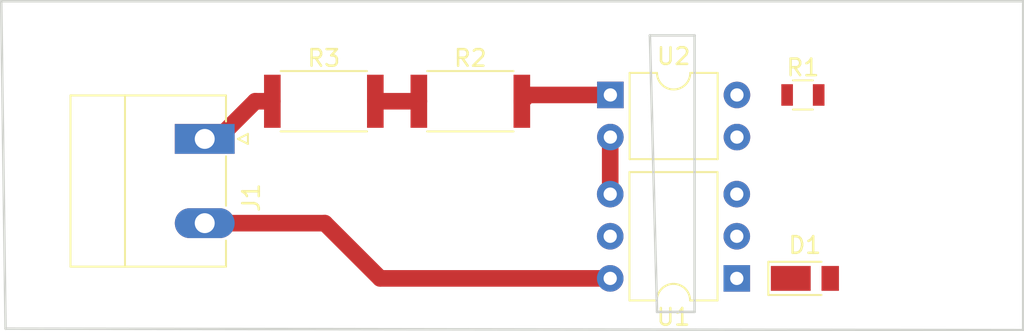
<source format=kicad_pcb>
(kicad_pcb (version 20171130) (host pcbnew 5.0.0)

  (general
    (thickness 1.6)
    (drawings 9)
    (tracks 11)
    (zones 0)
    (modules 7)
    (nets 13)
  )

  (page A4)
  (layers
    (0 F.Cu signal)
    (31 B.Cu signal)
    (32 B.Adhes user)
    (33 F.Adhes user)
    (34 B.Paste user)
    (35 F.Paste user)
    (36 B.SilkS user)
    (37 F.SilkS user)
    (38 B.Mask user)
    (39 F.Mask user)
    (40 Dwgs.User user)
    (41 Cmts.User user)
    (42 Eco1.User user)
    (43 Eco2.User user)
    (44 Edge.Cuts user)
    (45 Margin user)
    (46 B.CrtYd user)
    (47 F.CrtYd user)
    (48 B.Fab user)
    (49 F.Fab user hide)
  )

  (setup
    (last_trace_width 1)
    (user_trace_width 0.2)
    (user_trace_width 0.25)
    (user_trace_width 0.3)
    (user_trace_width 0.5)
    (user_trace_width 0.8)
    (user_trace_width 1)
    (user_trace_width 2)
    (user_trace_width 3)
    (trace_clearance 0.2)
    (zone_clearance 0.508)
    (zone_45_only no)
    (trace_min 0.2)
    (segment_width 0.2)
    (edge_width 0.15)
    (via_size 0.8)
    (via_drill 0.4)
    (via_min_size 0.4)
    (via_min_drill 0.3)
    (user_via 0.6 0.4)
    (uvia_size 0.3)
    (uvia_drill 0.1)
    (uvias_allowed no)
    (uvia_min_size 0.2)
    (uvia_min_drill 0.1)
    (pcb_text_width 0.3)
    (pcb_text_size 1.5 1.5)
    (mod_edge_width 0.15)
    (mod_text_size 1 1)
    (mod_text_width 0.15)
    (pad_size 1.524 1.524)
    (pad_drill 0.762)
    (pad_to_mask_clearance 0.2)
    (aux_axis_origin 0 0)
    (visible_elements FFFFFF7F)
    (pcbplotparams
      (layerselection 0x010fc_ffffffff)
      (usegerberextensions false)
      (usegerberattributes false)
      (usegerberadvancedattributes false)
      (creategerberjobfile false)
      (excludeedgelayer true)
      (linewidth 0.100000)
      (plotframeref false)
      (viasonmask false)
      (mode 1)
      (useauxorigin false)
      (hpglpennumber 1)
      (hpglpenspeed 20)
      (hpglpendiameter 15.000000)
      (psnegative false)
      (psa4output false)
      (plotreference true)
      (plotvalue true)
      (plotinvisibletext false)
      (padsonsilk false)
      (subtractmaskfromsilk false)
      (outputformat 1)
      (mirror false)
      (drillshape 1)
      (scaleselection 1)
      (outputdirectory ""))
  )

  (net 0 "")
  (net 1 /DETECT_TRIG)
  (net 2 "Net-(D1-Pad1)")
  (net 3 "Net-(J1-Pad2)")
  (net 4 "Net-(J1-Pad1)")
  (net 5 +5V)
  (net 6 /PWR_DETECT)
  (net 7 "Net-(R2-Pad2)")
  (net 8 "Net-(R2-Pad1)")
  (net 9 "Net-(U1-Pad3)")
  (net 10 "Net-(U1-Pad5)")
  (net 11 GND)
  (net 12 "Net-(U1-Pad4)")

  (net_class Default "This is the default net class."
    (clearance 0.2)
    (trace_width 0.25)
    (via_dia 0.8)
    (via_drill 0.4)
    (uvia_dia 0.3)
    (uvia_drill 0.1)
    (add_net +5V)
    (add_net /DETECT_TRIG)
    (add_net /PWR_DETECT)
    (add_net GND)
    (add_net "Net-(D1-Pad1)")
    (add_net "Net-(J1-Pad1)")
    (add_net "Net-(J1-Pad2)")
    (add_net "Net-(R2-Pad1)")
    (add_net "Net-(R2-Pad2)")
    (add_net "Net-(U1-Pad3)")
    (add_net "Net-(U1-Pad4)")
    (add_net "Net-(U1-Pad5)")
  )

  (module Diodes_SMD:D_PowerDI-123 (layer F.Cu) (tedit 588FC24C) (tstamp 5B86A0BF)
    (at 83.41 74.05)
    (descr http://www.diodes.com/_files/datasheets/ds30497.pdf)
    (tags "PowerDI diode vishay")
    (path /5B869B95)
    (attr smd)
    (fp_text reference D1 (at 0 -2) (layer F.SilkS)
      (effects (font (size 1 1) (thickness 0.15)))
    )
    (fp_text value AL5809-15 (at 0 2.5) (layer F.Fab)
      (effects (font (size 1 1) (thickness 0.15)))
    )
    (fp_line (start -2.2 1) (end -2.2 -1) (layer F.SilkS) (width 0.12))
    (fp_line (start -2.2 1) (end 1 1) (layer F.SilkS) (width 0.12))
    (fp_line (start 1 -1) (end -2.2 -1) (layer F.SilkS) (width 0.12))
    (fp_line (start -2.5 1.3) (end -2.5 -1.3) (layer F.CrtYd) (width 0.05))
    (fp_line (start -2.5 -1.3) (end 2.5 -1.3) (layer F.CrtYd) (width 0.05))
    (fp_line (start 2.5 -1.3) (end 2.5 1.3) (layer F.CrtYd) (width 0.05))
    (fp_line (start 2.5 1.3) (end -2.5 1.3) (layer F.CrtYd) (width 0.05))
    (fp_line (start -1.4 -0.9) (end 1.4 -0.9) (layer F.Fab) (width 0.1))
    (fp_line (start 1.4 -0.9) (end 1.4 0.9) (layer F.Fab) (width 0.1))
    (fp_line (start 1.4 0.9) (end -1.4 0.9) (layer F.Fab) (width 0.1))
    (fp_line (start -1.4 0.9) (end -1.4 -0.9) (layer F.Fab) (width 0.1))
    (fp_line (start -0.8 0) (end -0.5 0) (layer F.Fab) (width 0.1))
    (fp_line (start -0.5 0) (end -0.5 -0.5) (layer F.Fab) (width 0.1))
    (fp_line (start -0.5 0) (end -0.5 0.5) (layer F.Fab) (width 0.1))
    (fp_line (start -0.5 0) (end 0.3 0.5) (layer F.Fab) (width 0.1))
    (fp_line (start 0.3 0.5) (end 0.3 -0.5) (layer F.Fab) (width 0.1))
    (fp_line (start 0.3 -0.5) (end -0.5 0) (layer F.Fab) (width 0.1))
    (fp_line (start 0.3 0) (end 0.7 0) (layer F.Fab) (width 0.1))
    (fp_text user %R (at 0 -2) (layer F.Fab)
      (effects (font (size 1 1) (thickness 0.15)))
    )
    (pad 2 smd rect (at 1.525 0 180) (size 1.05 1.5) (layers F.Cu F.Paste F.Mask)
      (net 1 /DETECT_TRIG))
    (pad 1 smd rect (at -0.85 0 180) (size 2.4 1.5) (layers F.Cu F.Paste F.Mask)
      (net 2 "Net-(D1-Pad1)"))
    (model ${KISYS3DMOD}/Diodes_SMD.3dshapes/D_PowerDI-123.wrl
      (at (xyz 0 0 0))
      (scale (xyz 1 1 1))
      (rotate (xyz 0 0 0))
    )
  )

  (module Connectors_Phoenix:PhoenixContact_MC-G_02x5.08mm_Angled (layer F.Cu) (tedit 59566E61) (tstamp 5B86A0DA)
    (at 47.28 65.64 270)
    (descr "Generic Phoenix Contact connector footprint for series: MC-G; number of pins: 02; pin pitch: 5.08mm; Angled || order number: 1836189 8A 320V")
    (tags "phoenix_contact connector MC_01x02_G_5.08mm")
    (path /5B869FD7)
    (fp_text reference J1 (at 3.54 -2.8 270) (layer F.SilkS)
      (effects (font (size 1 1) (thickness 0.15)))
    )
    (fp_text value PWR_IN (at 2.54 9 270) (layer F.Fab)
      (effects (font (size 1 1) (thickness 0.15)))
    )
    (fp_text user %R (at 2.54 3 270) (layer F.Fab)
      (effects (font (size 1 1) (thickness 0.15)))
    )
    (fp_line (start 0 0) (end -0.8 -1.2) (layer F.Fab) (width 0.1))
    (fp_line (start 0.8 -1.2) (end 0 0) (layer F.Fab) (width 0.1))
    (fp_line (start -0.3 -2.6) (end 0.3 -2.6) (layer F.SilkS) (width 0.12))
    (fp_line (start 0 -2) (end -0.3 -2.6) (layer F.SilkS) (width 0.12))
    (fp_line (start 0.3 -2.6) (end 0 -2) (layer F.SilkS) (width 0.12))
    (fp_line (start 8.12 -2.3) (end -3.12 -2.3) (layer F.CrtYd) (width 0.05))
    (fp_line (start 8.12 8.5) (end 8.12 -2.3) (layer F.CrtYd) (width 0.05))
    (fp_line (start -3.12 8.5) (end 8.12 8.5) (layer F.CrtYd) (width 0.05))
    (fp_line (start -3.12 -2.3) (end -3.12 8.5) (layer F.CrtYd) (width 0.05))
    (fp_line (start -2.62 4.8) (end 7.7 4.8) (layer F.SilkS) (width 0.12))
    (fp_line (start 7.62 -1.2) (end -2.54 -1.2) (layer F.Fab) (width 0.1))
    (fp_line (start 7.62 8) (end 7.62 -1.2) (layer F.Fab) (width 0.1))
    (fp_line (start -2.54 8) (end 7.62 8) (layer F.Fab) (width 0.1))
    (fp_line (start -2.54 -1.2) (end -2.54 8) (layer F.Fab) (width 0.1))
    (fp_line (start 1.05 -1.28) (end 4.03 -1.28) (layer F.SilkS) (width 0.12))
    (fp_line (start 7.7 -1.28) (end 6.13 -1.28) (layer F.SilkS) (width 0.12))
    (fp_line (start -2.62 -1.28) (end -1.05 -1.28) (layer F.SilkS) (width 0.12))
    (fp_line (start 7.7 8.08) (end 7.7 -1.28) (layer F.SilkS) (width 0.12))
    (fp_line (start -2.62 8.08) (end 7.7 8.08) (layer F.SilkS) (width 0.12))
    (fp_line (start -2.62 -1.28) (end -2.62 8.08) (layer F.SilkS) (width 0.12))
    (pad 2 thru_hole oval (at 5.08 0 270) (size 1.8 3.6) (drill 1.2) (layers *.Cu *.Mask)
      (net 3 "Net-(J1-Pad2)"))
    (pad 1 thru_hole rect (at 0 0 270) (size 1.8 3.6) (drill 1.2) (layers *.Cu *.Mask)
      (net 4 "Net-(J1-Pad1)"))
    (model ${KISYS3DMOD}/Connectors_Phoenix.3dshapes/PhoenixContact_MC-G_02x5.08mm_Angled.wrl
      (at (xyz 0 0 0))
      (scale (xyz 1 1 1))
      (rotate (xyz 0 0 0))
    )
  )

  (module Resistors_SMD:R_0805 (layer F.Cu) (tedit 58E0A804) (tstamp 5B86A0EB)
    (at 83.29 62.99)
    (descr "Resistor SMD 0805, reflow soldering, Vishay (see dcrcw.pdf)")
    (tags "resistor 0805")
    (path /5B86B8D8)
    (attr smd)
    (fp_text reference R1 (at 0 -1.65) (layer F.SilkS)
      (effects (font (size 1 1) (thickness 0.15)))
    )
    (fp_text value 4k7 (at 0 1.75) (layer F.Fab)
      (effects (font (size 1 1) (thickness 0.15)))
    )
    (fp_line (start 1.55 0.9) (end -1.55 0.9) (layer F.CrtYd) (width 0.05))
    (fp_line (start 1.55 0.9) (end 1.55 -0.9) (layer F.CrtYd) (width 0.05))
    (fp_line (start -1.55 -0.9) (end -1.55 0.9) (layer F.CrtYd) (width 0.05))
    (fp_line (start -1.55 -0.9) (end 1.55 -0.9) (layer F.CrtYd) (width 0.05))
    (fp_line (start -0.6 -0.88) (end 0.6 -0.88) (layer F.SilkS) (width 0.12))
    (fp_line (start 0.6 0.88) (end -0.6 0.88) (layer F.SilkS) (width 0.12))
    (fp_line (start -1 -0.62) (end 1 -0.62) (layer F.Fab) (width 0.1))
    (fp_line (start 1 -0.62) (end 1 0.62) (layer F.Fab) (width 0.1))
    (fp_line (start 1 0.62) (end -1 0.62) (layer F.Fab) (width 0.1))
    (fp_line (start -1 0.62) (end -1 -0.62) (layer F.Fab) (width 0.1))
    (fp_text user %R (at 0 0) (layer F.Fab)
      (effects (font (size 0.5 0.5) (thickness 0.075)))
    )
    (pad 2 smd rect (at 0.95 0) (size 0.7 1.3) (layers F.Cu F.Paste F.Mask)
      (net 5 +5V))
    (pad 1 smd rect (at -0.95 0) (size 0.7 1.3) (layers F.Cu F.Paste F.Mask)
      (net 6 /PWR_DETECT))
    (model ${KISYS3DMOD}/Resistors_SMD.3dshapes/R_0805.wrl
      (at (xyz 0 0 0))
      (scale (xyz 1 1 1))
      (rotate (xyz 0 0 0))
    )
  )

  (module Resistors_SMD:R_2512 (layer F.Cu) (tedit 58E0A804) (tstamp 5B86A0FC)
    (at 63.27 63.37)
    (descr "Resistor SMD 2512, reflow soldering, Vishay (see dcrcw.pdf)")
    (tags "resistor 2512")
    (path /5B86AA7F)
    (attr smd)
    (fp_text reference R2 (at 0 -2.6) (layer F.SilkS)
      (effects (font (size 1 1) (thickness 0.15)))
    )
    (fp_text value 12k/1W (at 0 2.75) (layer F.Fab)
      (effects (font (size 1 1) (thickness 0.15)))
    )
    (fp_line (start 3.85 1.85) (end -3.85 1.85) (layer F.CrtYd) (width 0.05))
    (fp_line (start 3.85 1.85) (end 3.85 -1.85) (layer F.CrtYd) (width 0.05))
    (fp_line (start -3.85 -1.85) (end -3.85 1.85) (layer F.CrtYd) (width 0.05))
    (fp_line (start -3.85 -1.85) (end 3.85 -1.85) (layer F.CrtYd) (width 0.05))
    (fp_line (start -2.6 -1.82) (end 2.6 -1.82) (layer F.SilkS) (width 0.12))
    (fp_line (start 2.6 1.82) (end -2.6 1.82) (layer F.SilkS) (width 0.12))
    (fp_line (start -3.15 -1.6) (end 3.15 -1.6) (layer F.Fab) (width 0.1))
    (fp_line (start 3.15 -1.6) (end 3.15 1.6) (layer F.Fab) (width 0.1))
    (fp_line (start 3.15 1.6) (end -3.15 1.6) (layer F.Fab) (width 0.1))
    (fp_line (start -3.15 1.6) (end -3.15 -1.6) (layer F.Fab) (width 0.1))
    (fp_text user %R (at 0 0) (layer F.Fab)
      (effects (font (size 1 1) (thickness 0.15)))
    )
    (pad 2 smd rect (at 3.1 0) (size 1 3.2) (layers F.Cu F.Paste F.Mask)
      (net 7 "Net-(R2-Pad2)"))
    (pad 1 smd rect (at -3.1 0) (size 1 3.2) (layers F.Cu F.Paste F.Mask)
      (net 8 "Net-(R2-Pad1)"))
    (model ${KISYS3DMOD}/Resistors_SMD.3dshapes/R_2512.wrl
      (at (xyz 0 0 0))
      (scale (xyz 1 1 1))
      (rotate (xyz 0 0 0))
    )
  )

  (module Resistors_SMD:R_2512 (layer F.Cu) (tedit 58E0A804) (tstamp 5B86A10D)
    (at 54.45 63.37)
    (descr "Resistor SMD 2512, reflow soldering, Vishay (see dcrcw.pdf)")
    (tags "resistor 2512")
    (path /5B86ABC5)
    (attr smd)
    (fp_text reference R3 (at 0 -2.6) (layer F.SilkS)
      (effects (font (size 1 1) (thickness 0.15)))
    )
    (fp_text value 12k/1W (at 0 2.75) (layer F.Fab)
      (effects (font (size 1 1) (thickness 0.15)))
    )
    (fp_text user %R (at 0 0) (layer F.Fab)
      (effects (font (size 1 1) (thickness 0.15)))
    )
    (fp_line (start -3.15 1.6) (end -3.15 -1.6) (layer F.Fab) (width 0.1))
    (fp_line (start 3.15 1.6) (end -3.15 1.6) (layer F.Fab) (width 0.1))
    (fp_line (start 3.15 -1.6) (end 3.15 1.6) (layer F.Fab) (width 0.1))
    (fp_line (start -3.15 -1.6) (end 3.15 -1.6) (layer F.Fab) (width 0.1))
    (fp_line (start 2.6 1.82) (end -2.6 1.82) (layer F.SilkS) (width 0.12))
    (fp_line (start -2.6 -1.82) (end 2.6 -1.82) (layer F.SilkS) (width 0.12))
    (fp_line (start -3.85 -1.85) (end 3.85 -1.85) (layer F.CrtYd) (width 0.05))
    (fp_line (start -3.85 -1.85) (end -3.85 1.85) (layer F.CrtYd) (width 0.05))
    (fp_line (start 3.85 1.85) (end 3.85 -1.85) (layer F.CrtYd) (width 0.05))
    (fp_line (start 3.85 1.85) (end -3.85 1.85) (layer F.CrtYd) (width 0.05))
    (pad 1 smd rect (at -3.1 0) (size 1 3.2) (layers F.Cu F.Paste F.Mask)
      (net 4 "Net-(J1-Pad1)"))
    (pad 2 smd rect (at 3.1 0) (size 1 3.2) (layers F.Cu F.Paste F.Mask)
      (net 8 "Net-(R2-Pad1)"))
    (model ${KISYS3DMOD}/Resistors_SMD.3dshapes/R_2512.wrl
      (at (xyz 0 0 0))
      (scale (xyz 1 1 1))
      (rotate (xyz 0 0 0))
    )
  )

  (module Housings_DIP:DIP-6_W7.62mm (layer F.Cu) (tedit 59C78D6B) (tstamp 5B86A127)
    (at 79.31 74.05 180)
    (descr "6-lead though-hole mounted DIP package, row spacing 7.62 mm (300 mils)")
    (tags "THT DIP DIL PDIP 2.54mm 7.62mm 300mil")
    (path /5B8699BE)
    (fp_text reference U1 (at 3.81 -2.33 180) (layer F.SilkS)
      (effects (font (size 1 1) (thickness 0.15)))
    )
    (fp_text value MOC3063M (at 3.81 7.41 180) (layer F.Fab)
      (effects (font (size 1 1) (thickness 0.15)))
    )
    (fp_text user %R (at 3.81 2.54 180) (layer F.Fab)
      (effects (font (size 1 1) (thickness 0.15)))
    )
    (fp_line (start 8.7 -1.55) (end -1.1 -1.55) (layer F.CrtYd) (width 0.05))
    (fp_line (start 8.7 6.6) (end 8.7 -1.55) (layer F.CrtYd) (width 0.05))
    (fp_line (start -1.1 6.6) (end 8.7 6.6) (layer F.CrtYd) (width 0.05))
    (fp_line (start -1.1 -1.55) (end -1.1 6.6) (layer F.CrtYd) (width 0.05))
    (fp_line (start 6.46 -1.33) (end 4.81 -1.33) (layer F.SilkS) (width 0.12))
    (fp_line (start 6.46 6.41) (end 6.46 -1.33) (layer F.SilkS) (width 0.12))
    (fp_line (start 1.16 6.41) (end 6.46 6.41) (layer F.SilkS) (width 0.12))
    (fp_line (start 1.16 -1.33) (end 1.16 6.41) (layer F.SilkS) (width 0.12))
    (fp_line (start 2.81 -1.33) (end 1.16 -1.33) (layer F.SilkS) (width 0.12))
    (fp_line (start 0.635 -0.27) (end 1.635 -1.27) (layer F.Fab) (width 0.1))
    (fp_line (start 0.635 6.35) (end 0.635 -0.27) (layer F.Fab) (width 0.1))
    (fp_line (start 6.985 6.35) (end 0.635 6.35) (layer F.Fab) (width 0.1))
    (fp_line (start 6.985 -1.27) (end 6.985 6.35) (layer F.Fab) (width 0.1))
    (fp_line (start 1.635 -1.27) (end 6.985 -1.27) (layer F.Fab) (width 0.1))
    (fp_arc (start 3.81 -1.33) (end 2.81 -1.33) (angle -180) (layer F.SilkS) (width 0.12))
    (pad 6 thru_hole oval (at 7.62 0 180) (size 1.6 1.6) (drill 0.8) (layers *.Cu *.Mask)
      (net 3 "Net-(J1-Pad2)"))
    (pad 3 thru_hole oval (at 0 5.08 180) (size 1.6 1.6) (drill 0.8) (layers *.Cu *.Mask)
      (net 9 "Net-(U1-Pad3)"))
    (pad 5 thru_hole oval (at 7.62 2.54 180) (size 1.6 1.6) (drill 0.8) (layers *.Cu *.Mask)
      (net 10 "Net-(U1-Pad5)"))
    (pad 2 thru_hole oval (at 0 2.54 180) (size 1.6 1.6) (drill 0.8) (layers *.Cu *.Mask)
      (net 11 GND))
    (pad 4 thru_hole oval (at 7.62 5.08 180) (size 1.6 1.6) (drill 0.8) (layers *.Cu *.Mask)
      (net 12 "Net-(U1-Pad4)"))
    (pad 1 thru_hole rect (at 0 0 180) (size 1.6 1.6) (drill 0.8) (layers *.Cu *.Mask)
      (net 2 "Net-(D1-Pad1)"))
    (model ${KISYS3DMOD}/Housings_DIP.3dshapes/DIP-6_W7.62mm.wrl
      (at (xyz 0 0 0))
      (scale (xyz 1 1 1))
      (rotate (xyz 0 0 0))
    )
  )

  (module Housings_DIP:DIP-4_W7.62mm (layer F.Cu) (tedit 59C78D6B) (tstamp 5B86A1BC)
    (at 71.7 62.99)
    (descr "4-lead though-hole mounted DIP package, row spacing 7.62 mm (300 mils)")
    (tags "THT DIP DIL PDIP 2.54mm 7.62mm 300mil")
    (path /5B86A6D0)
    (fp_text reference U2 (at 3.81 -2.33) (layer F.SilkS)
      (effects (font (size 1 1) (thickness 0.15)))
    )
    (fp_text value LTV-814 (at 3.81 4.87) (layer F.Fab)
      (effects (font (size 1 1) (thickness 0.15)))
    )
    (fp_text user %R (at 3.81 1.27) (layer F.Fab)
      (effects (font (size 1 1) (thickness 0.15)))
    )
    (fp_line (start 8.7 -1.55) (end -1.1 -1.55) (layer F.CrtYd) (width 0.05))
    (fp_line (start 8.7 4.1) (end 8.7 -1.55) (layer F.CrtYd) (width 0.05))
    (fp_line (start -1.1 4.1) (end 8.7 4.1) (layer F.CrtYd) (width 0.05))
    (fp_line (start -1.1 -1.55) (end -1.1 4.1) (layer F.CrtYd) (width 0.05))
    (fp_line (start 6.46 -1.33) (end 4.81 -1.33) (layer F.SilkS) (width 0.12))
    (fp_line (start 6.46 3.87) (end 6.46 -1.33) (layer F.SilkS) (width 0.12))
    (fp_line (start 1.16 3.87) (end 6.46 3.87) (layer F.SilkS) (width 0.12))
    (fp_line (start 1.16 -1.33) (end 1.16 3.87) (layer F.SilkS) (width 0.12))
    (fp_line (start 2.81 -1.33) (end 1.16 -1.33) (layer F.SilkS) (width 0.12))
    (fp_line (start 0.635 -0.27) (end 1.635 -1.27) (layer F.Fab) (width 0.1))
    (fp_line (start 0.635 3.81) (end 0.635 -0.27) (layer F.Fab) (width 0.1))
    (fp_line (start 6.985 3.81) (end 0.635 3.81) (layer F.Fab) (width 0.1))
    (fp_line (start 6.985 -1.27) (end 6.985 3.81) (layer F.Fab) (width 0.1))
    (fp_line (start 1.635 -1.27) (end 6.985 -1.27) (layer F.Fab) (width 0.1))
    (fp_arc (start 3.81 -1.33) (end 2.81 -1.33) (angle -180) (layer F.SilkS) (width 0.12))
    (pad 4 thru_hole oval (at 7.62 0) (size 1.6 1.6) (drill 0.8) (layers *.Cu *.Mask)
      (net 6 /PWR_DETECT))
    (pad 2 thru_hole oval (at 0 2.54) (size 1.6 1.6) (drill 0.8) (layers *.Cu *.Mask)
      (net 12 "Net-(U1-Pad4)"))
    (pad 3 thru_hole oval (at 7.62 2.54) (size 1.6 1.6) (drill 0.8) (layers *.Cu *.Mask)
      (net 11 GND))
    (pad 1 thru_hole rect (at 0 0) (size 1.6 1.6) (drill 0.8) (layers *.Cu *.Mask)
      (net 7 "Net-(R2-Pad2)"))
    (model ${KISYS3DMOD}/Housings_DIP.3dshapes/DIP-4_W7.62mm.wrl
      (at (xyz 0 0 0))
      (scale (xyz 1 1 1))
      (rotate (xyz 0 0 0))
    )
  )

  (gr_line (start 74.08 59.4) (end 74.08 59.43) (layer Edge.Cuts) (width 0.15))
  (gr_line (start 74.51 76.07) (end 74.08 59.41) (layer Edge.Cuts) (width 0.15))
  (gr_line (start 76.77 76.07) (end 74.51 76.07) (layer Edge.Cuts) (width 0.15))
  (gr_line (start 76.77 59.4) (end 76.77 76.07) (layer Edge.Cuts) (width 0.15))
  (gr_line (start 74.08 59.4) (end 76.77 59.4) (layer Edge.Cuts) (width 0.15))
  (gr_line (start 35.29 77.08) (end 35.03 57.34) (angle 90) (layer Edge.Cuts) (width 0.15))
  (gr_line (start 96.55 77.17) (end 35.29 77.08) (angle 90) (layer Edge.Cuts) (width 0.15))
  (gr_line (start 96.55 57.34) (end 96.55 77.17) (angle 90) (layer Edge.Cuts) (width 0.15))
  (gr_line (start 35.03 57.34) (end 96.55 57.34) (angle 90) (layer Edge.Cuts) (width 0.15))

  (segment (start 47.28 70.72) (end 54.51 70.72) (width 1) (layer F.Cu) (net 3) (status 400000))
  (segment (start 57.84 74.05) (end 71.69 74.05) (width 1) (layer F.Cu) (net 3) (tstamp 5B88386A) (status 800000))
  (segment (start 54.51 70.72) (end 57.84 74.05) (width 1) (layer F.Cu) (net 3) (tstamp 5B883869))
  (segment (start 50.32 63.37) (end 51.35 63.37) (width 1) (layer F.Cu) (net 4))
  (segment (start 47.28 65.64) (end 48.05 65.64) (width 1) (layer F.Cu) (net 4))
  (segment (start 48.05 65.64) (end 50.32 63.37) (width 1) (layer F.Cu) (net 4))
  (segment (start 66.75 62.99) (end 66.37 63.37) (width 1) (layer F.Cu) (net 7))
  (segment (start 71.7 62.99) (end 66.75 62.99) (width 1) (layer F.Cu) (net 7))
  (segment (start 60.17 63.37) (end 57.55 63.37) (width 1) (layer F.Cu) (net 8))
  (segment (start 71.69 65.54) (end 71.7 65.53) (width 1) (layer F.Cu) (net 12))
  (segment (start 71.69 68.97) (end 71.69 65.54) (width 1) (layer F.Cu) (net 12))

)

</source>
